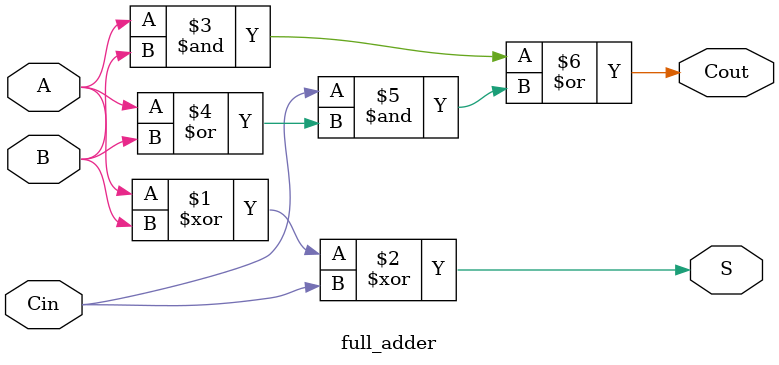
<source format=v>
`timescale 1ns / 1ps
module full_adder(A, B, Cin, S, Cout);
	 input A,B,Cin;
	 output S, Cout;
	 
	 assign S = A^B^Cin;
	 assign Cout = (A&B)|(Cin&(A|B));
	 /*Alternate Code
	 wire t, t1, t2; //temp
	 
	xor(S,A,B,Cin);
	or(Cout, and(t, A,B), and(t1, Cin, or(t2,A,B)));
	*/
endmodule

</source>
